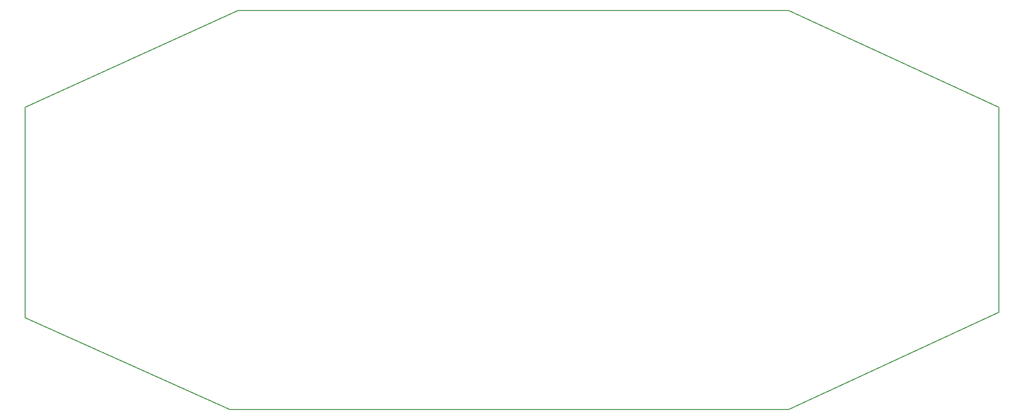
<source format=gbr>
G04 #@! TF.GenerationSoftware,KiCad,Pcbnew,7.0.8-7.0.8~ubuntu22.04.1*
G04 #@! TF.CreationDate,2023-12-01T18:43:59+09:00*
G04 #@! TF.ProjectId,ESP32DUALDIAL,45535033-3244-4554-914c-4449414c2e6b,rev?*
G04 #@! TF.SameCoordinates,Original*
G04 #@! TF.FileFunction,Profile,NP*
%FSLAX46Y46*%
G04 Gerber Fmt 4.6, Leading zero omitted, Abs format (unit mm)*
G04 Created by KiCad (PCBNEW 7.0.8-7.0.8~ubuntu22.04.1) date 2023-12-01 18:43:59*
%MOMM*%
%LPD*%
G01*
G04 APERTURE LIST*
G04 #@! TA.AperFunction,Profile*
%ADD10C,0.200000*%
G04 #@! TD*
G04 APERTURE END LIST*
D10*
X62500000Y-147000000D02*
X24500000Y-130000000D01*
X166000000Y-147000000D02*
X62500000Y-147000000D01*
X166000000Y-147000000D02*
X205000000Y-129000000D01*
X64000000Y-73000000D02*
X24500000Y-91000000D01*
X205000000Y-91000000D02*
X205000000Y-129000000D01*
X24500000Y-91000000D02*
X24500000Y-130000000D01*
X166000000Y-73000000D02*
X205000000Y-91000000D01*
X64000000Y-73000000D02*
X166000000Y-73000000D01*
M02*

</source>
